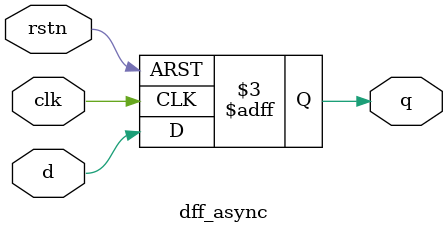
<source format=v>
module dff_sync
(
	input clk, 
	input d,
	input rstn,
	output reg q
);
	always @ (posedge clk) begin
		if(!rstn)
			q <= 0;
		else
			q <= d;
	end
	endmodule
	
module dff_async
(
	input clk, 
	input d,
	input rstn,
	output reg q
);
	always @ (posedge clk or negedge rstn) begin
		if(!rstn)
			q <= 0;
		else
			q <= d;
	end
	endmodule

</source>
